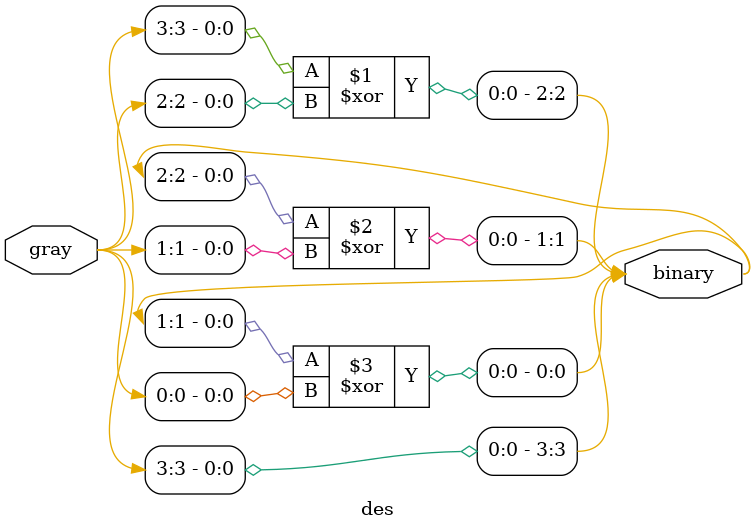
<source format=sv>
module des
  #(
    parameter WIDTH = 4 
  )(
    input  logic [WIDTH-1:0] gray,
    output logic [WIDTH-1:0] binary
  );

  assign binary[WIDTH-1] = gray[WIDTH-1]; // MSB same

  genvar i;
  generate
    for (i = WIDTH-2; i >= 0; i = i - 1) begin 
      assign binary[i] = binary[i+1] ^ gray[i];
    end
  endgenerate

endmodule : des

</source>
